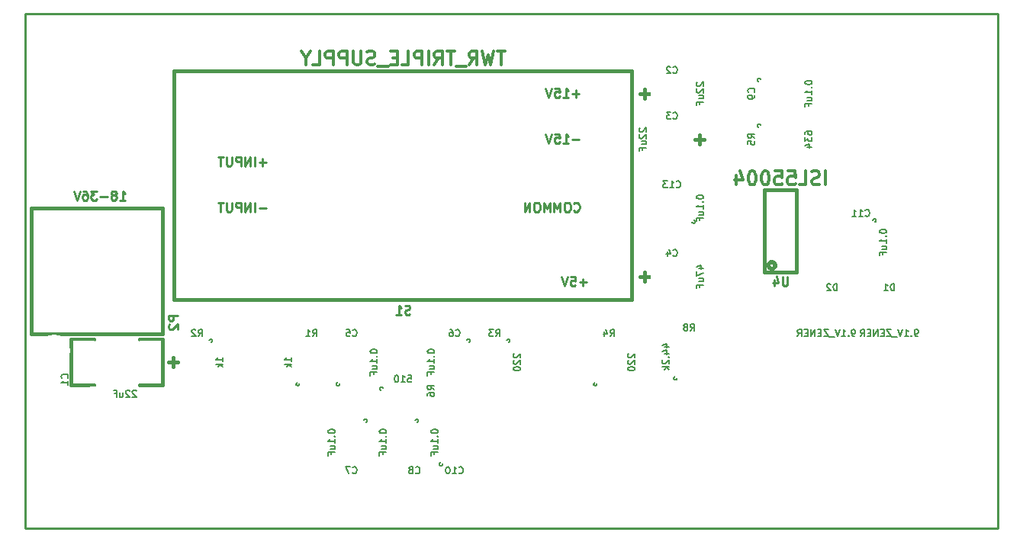
<source format=gbo>
G04 (created by PCBNEW-RS274X (2011-05-25)-stable) date Wed 30 Oct 2013 02:01:52 PM EDT*
G01*
G70*
G90*
%MOIN*%
G04 Gerber Fmt 3.4, Leading zero omitted, Abs format*
%FSLAX34Y34*%
G04 APERTURE LIST*
%ADD10C,0.006000*%
%ADD11C,0.009000*%
%ADD12C,0.005000*%
%ADD13C,0.015000*%
%ADD14C,0.010000*%
%ADD15C,0.012000*%
%ADD16C,0.127000*%
%ADD17C,0.076000*%
%ADD18R,0.076000X0.076000*%
%ADD19C,0.180000*%
%ADD20R,0.120000X0.070000*%
%ADD21C,0.080000*%
%ADD22R,0.070000X0.120000*%
%ADD23C,0.220000*%
%ADD24C,0.100000*%
%ADD25C,0.096000*%
%ADD26C,0.160000*%
%ADD27C,0.140000*%
%ADD28R,0.085000X0.085000*%
%ADD29C,0.085000*%
%ADD30R,0.095000X0.190000*%
%ADD31C,0.155000*%
%ADD32R,0.080000X0.045000*%
%ADD33C,0.093000*%
%ADD34R,0.093000X0.093000*%
%ADD35R,0.059000X0.048000*%
G04 APERTURE END LIST*
G54D10*
G54D11*
X29500Y-30500D02*
X29500Y-53000D01*
X72000Y-30500D02*
X29500Y-30500D01*
X72000Y-53000D02*
X72000Y-30500D01*
X29500Y-53000D02*
X72000Y-53000D01*
G54D12*
X48920Y-44800D02*
X48918Y-44813D01*
X48914Y-44826D01*
X48908Y-44838D01*
X48899Y-44849D01*
X48889Y-44858D01*
X48877Y-44864D01*
X48864Y-44868D01*
X48850Y-44869D01*
X48837Y-44868D01*
X48824Y-44864D01*
X48812Y-44858D01*
X48802Y-44850D01*
X48793Y-44839D01*
X48786Y-44827D01*
X48782Y-44814D01*
X48781Y-44800D01*
X48782Y-44788D01*
X48785Y-44775D01*
X48792Y-44763D01*
X48800Y-44752D01*
X48811Y-44743D01*
X48822Y-44736D01*
X48835Y-44732D01*
X48849Y-44731D01*
X48862Y-44732D01*
X48875Y-44735D01*
X48887Y-44741D01*
X48898Y-44750D01*
X48907Y-44760D01*
X48913Y-44772D01*
X48918Y-44785D01*
X48919Y-44799D01*
X48920Y-44800D01*
X47700Y-45450D02*
X47700Y-44850D01*
X47700Y-44850D02*
X48800Y-44850D01*
X48800Y-44850D02*
X48800Y-45450D01*
X48800Y-46050D02*
X48800Y-46650D01*
X48800Y-46650D02*
X47700Y-46650D01*
X47700Y-46650D02*
X47700Y-46050D01*
X43220Y-46700D02*
X43218Y-46713D01*
X43214Y-46726D01*
X43208Y-46738D01*
X43199Y-46749D01*
X43189Y-46758D01*
X43177Y-46764D01*
X43164Y-46768D01*
X43150Y-46769D01*
X43137Y-46768D01*
X43124Y-46764D01*
X43112Y-46758D01*
X43102Y-46750D01*
X43093Y-46739D01*
X43086Y-46727D01*
X43082Y-46714D01*
X43081Y-46700D01*
X43082Y-46688D01*
X43085Y-46675D01*
X43092Y-46663D01*
X43100Y-46652D01*
X43111Y-46643D01*
X43122Y-46636D01*
X43135Y-46632D01*
X43149Y-46631D01*
X43162Y-46632D01*
X43175Y-46635D01*
X43187Y-46641D01*
X43198Y-46650D01*
X43207Y-46660D01*
X43213Y-46672D01*
X43218Y-46685D01*
X43219Y-46699D01*
X43220Y-46700D01*
X44300Y-46050D02*
X44300Y-46650D01*
X44300Y-46650D02*
X43200Y-46650D01*
X43200Y-46650D02*
X43200Y-46050D01*
X43200Y-45450D02*
X43200Y-44850D01*
X43200Y-44850D02*
X44300Y-44850D01*
X44300Y-44850D02*
X44300Y-45450D01*
X41470Y-46700D02*
X41468Y-46713D01*
X41464Y-46726D01*
X41458Y-46738D01*
X41449Y-46749D01*
X41439Y-46758D01*
X41427Y-46764D01*
X41414Y-46768D01*
X41400Y-46769D01*
X41387Y-46768D01*
X41374Y-46764D01*
X41362Y-46758D01*
X41352Y-46750D01*
X41343Y-46739D01*
X41336Y-46727D01*
X41332Y-46714D01*
X41331Y-46700D01*
X41332Y-46688D01*
X41335Y-46675D01*
X41342Y-46663D01*
X41350Y-46652D01*
X41361Y-46643D01*
X41372Y-46636D01*
X41385Y-46632D01*
X41399Y-46631D01*
X41412Y-46632D01*
X41425Y-46635D01*
X41437Y-46641D01*
X41448Y-46650D01*
X41457Y-46660D01*
X41463Y-46672D01*
X41468Y-46685D01*
X41469Y-46699D01*
X41470Y-46700D01*
X42550Y-46050D02*
X42550Y-46650D01*
X42550Y-46650D02*
X41450Y-46650D01*
X41450Y-46650D02*
X41450Y-46050D01*
X41450Y-45450D02*
X41450Y-44850D01*
X41450Y-44850D02*
X42550Y-44850D01*
X42550Y-44850D02*
X42550Y-45450D01*
X44420Y-48300D02*
X44418Y-48313D01*
X44414Y-48326D01*
X44408Y-48338D01*
X44399Y-48349D01*
X44389Y-48358D01*
X44377Y-48364D01*
X44364Y-48368D01*
X44350Y-48369D01*
X44337Y-48368D01*
X44324Y-48364D01*
X44312Y-48358D01*
X44302Y-48350D01*
X44293Y-48339D01*
X44286Y-48327D01*
X44282Y-48314D01*
X44281Y-48300D01*
X44282Y-48288D01*
X44285Y-48275D01*
X44292Y-48263D01*
X44300Y-48252D01*
X44311Y-48243D01*
X44322Y-48236D01*
X44335Y-48232D01*
X44349Y-48231D01*
X44362Y-48232D01*
X44375Y-48235D01*
X44387Y-48241D01*
X44398Y-48250D01*
X44407Y-48260D01*
X44413Y-48272D01*
X44418Y-48285D01*
X44419Y-48299D01*
X44420Y-48300D01*
X43200Y-48950D02*
X43200Y-48350D01*
X43200Y-48350D02*
X44300Y-48350D01*
X44300Y-48350D02*
X44300Y-48950D01*
X44300Y-49550D02*
X44300Y-50150D01*
X44300Y-50150D02*
X43200Y-50150D01*
X43200Y-50150D02*
X43200Y-49550D01*
X61620Y-35400D02*
X61618Y-35413D01*
X61614Y-35426D01*
X61608Y-35438D01*
X61599Y-35449D01*
X61589Y-35458D01*
X61577Y-35464D01*
X61564Y-35468D01*
X61550Y-35469D01*
X61537Y-35468D01*
X61524Y-35464D01*
X61512Y-35458D01*
X61502Y-35450D01*
X61493Y-35439D01*
X61486Y-35427D01*
X61482Y-35414D01*
X61481Y-35400D01*
X61482Y-35388D01*
X61485Y-35375D01*
X61492Y-35363D01*
X61500Y-35352D01*
X61511Y-35343D01*
X61522Y-35336D01*
X61535Y-35332D01*
X61549Y-35331D01*
X61562Y-35332D01*
X61575Y-35335D01*
X61587Y-35341D01*
X61598Y-35350D01*
X61607Y-35360D01*
X61613Y-35372D01*
X61618Y-35385D01*
X61619Y-35399D01*
X61620Y-35400D01*
X62200Y-36550D02*
X61600Y-36550D01*
X61600Y-36550D02*
X61600Y-35450D01*
X61600Y-35450D02*
X62200Y-35450D01*
X62800Y-35450D02*
X63400Y-35450D01*
X63400Y-35450D02*
X63400Y-36550D01*
X63400Y-36550D02*
X62800Y-36550D01*
X57970Y-46450D02*
X57968Y-46463D01*
X57964Y-46476D01*
X57958Y-46488D01*
X57949Y-46499D01*
X57939Y-46508D01*
X57927Y-46514D01*
X57914Y-46518D01*
X57900Y-46519D01*
X57887Y-46518D01*
X57874Y-46514D01*
X57862Y-46508D01*
X57852Y-46500D01*
X57843Y-46489D01*
X57836Y-46477D01*
X57832Y-46464D01*
X57831Y-46450D01*
X57832Y-46438D01*
X57835Y-46425D01*
X57842Y-46413D01*
X57850Y-46402D01*
X57861Y-46393D01*
X57872Y-46386D01*
X57885Y-46382D01*
X57899Y-46381D01*
X57912Y-46382D01*
X57925Y-46385D01*
X57937Y-46391D01*
X57948Y-46400D01*
X57957Y-46410D01*
X57963Y-46422D01*
X57968Y-46435D01*
X57969Y-46449D01*
X57970Y-46450D01*
X59050Y-45800D02*
X59050Y-46400D01*
X59050Y-46400D02*
X57950Y-46400D01*
X57950Y-46400D02*
X57950Y-45800D01*
X57950Y-45200D02*
X57950Y-44600D01*
X57950Y-44600D02*
X59050Y-44600D01*
X59050Y-44600D02*
X59050Y-45200D01*
X45120Y-46900D02*
X45118Y-46913D01*
X45114Y-46926D01*
X45108Y-46938D01*
X45099Y-46949D01*
X45089Y-46958D01*
X45077Y-46964D01*
X45064Y-46968D01*
X45050Y-46969D01*
X45037Y-46968D01*
X45024Y-46964D01*
X45012Y-46958D01*
X45002Y-46950D01*
X44993Y-46939D01*
X44986Y-46927D01*
X44982Y-46914D01*
X44981Y-46900D01*
X44982Y-46888D01*
X44985Y-46875D01*
X44992Y-46863D01*
X45000Y-46852D01*
X45011Y-46843D01*
X45022Y-46836D01*
X45035Y-46832D01*
X45049Y-46831D01*
X45062Y-46832D01*
X45075Y-46835D01*
X45087Y-46841D01*
X45098Y-46850D01*
X45107Y-46860D01*
X45113Y-46872D01*
X45118Y-46885D01*
X45119Y-46899D01*
X45120Y-46900D01*
X45700Y-48050D02*
X45100Y-48050D01*
X45100Y-48050D02*
X45100Y-46950D01*
X45100Y-46950D02*
X45700Y-46950D01*
X46300Y-46950D02*
X46900Y-46950D01*
X46900Y-46950D02*
X46900Y-48050D01*
X46900Y-48050D02*
X46300Y-48050D01*
X46670Y-48300D02*
X46668Y-48313D01*
X46664Y-48326D01*
X46658Y-48338D01*
X46649Y-48349D01*
X46639Y-48358D01*
X46627Y-48364D01*
X46614Y-48368D01*
X46600Y-48369D01*
X46587Y-48368D01*
X46574Y-48364D01*
X46562Y-48358D01*
X46552Y-48350D01*
X46543Y-48339D01*
X46536Y-48327D01*
X46532Y-48314D01*
X46531Y-48300D01*
X46532Y-48288D01*
X46535Y-48275D01*
X46542Y-48263D01*
X46550Y-48252D01*
X46561Y-48243D01*
X46572Y-48236D01*
X46585Y-48232D01*
X46599Y-48231D01*
X46612Y-48232D01*
X46625Y-48235D01*
X46637Y-48241D01*
X46648Y-48250D01*
X46657Y-48260D01*
X46663Y-48272D01*
X46668Y-48285D01*
X46669Y-48299D01*
X46670Y-48300D01*
X45450Y-48950D02*
X45450Y-48350D01*
X45450Y-48350D02*
X46550Y-48350D01*
X46550Y-48350D02*
X46550Y-48950D01*
X46550Y-49550D02*
X46550Y-50150D01*
X46550Y-50150D02*
X45450Y-50150D01*
X45450Y-50150D02*
X45450Y-49550D01*
X54470Y-46700D02*
X54468Y-46713D01*
X54464Y-46726D01*
X54458Y-46738D01*
X54449Y-46749D01*
X54439Y-46758D01*
X54427Y-46764D01*
X54414Y-46768D01*
X54400Y-46769D01*
X54387Y-46768D01*
X54374Y-46764D01*
X54362Y-46758D01*
X54352Y-46750D01*
X54343Y-46739D01*
X54336Y-46727D01*
X54332Y-46714D01*
X54331Y-46700D01*
X54332Y-46688D01*
X54335Y-46675D01*
X54342Y-46663D01*
X54350Y-46652D01*
X54361Y-46643D01*
X54372Y-46636D01*
X54385Y-46632D01*
X54399Y-46631D01*
X54412Y-46632D01*
X54425Y-46635D01*
X54437Y-46641D01*
X54448Y-46650D01*
X54457Y-46660D01*
X54463Y-46672D01*
X54468Y-46685D01*
X54469Y-46699D01*
X54470Y-46700D01*
X55550Y-46050D02*
X55550Y-46650D01*
X55550Y-46650D02*
X54450Y-46650D01*
X54450Y-46650D02*
X54450Y-46050D01*
X54450Y-45450D02*
X54450Y-44850D01*
X54450Y-44850D02*
X55550Y-44850D01*
X55550Y-44850D02*
X55550Y-45450D01*
X50670Y-44800D02*
X50668Y-44813D01*
X50664Y-44826D01*
X50658Y-44838D01*
X50649Y-44849D01*
X50639Y-44858D01*
X50627Y-44864D01*
X50614Y-44868D01*
X50600Y-44869D01*
X50587Y-44868D01*
X50574Y-44864D01*
X50562Y-44858D01*
X50552Y-44850D01*
X50543Y-44839D01*
X50536Y-44827D01*
X50532Y-44814D01*
X50531Y-44800D01*
X50532Y-44788D01*
X50535Y-44775D01*
X50542Y-44763D01*
X50550Y-44752D01*
X50561Y-44743D01*
X50572Y-44736D01*
X50585Y-44732D01*
X50599Y-44731D01*
X50612Y-44732D01*
X50625Y-44735D01*
X50637Y-44741D01*
X50648Y-44750D01*
X50657Y-44760D01*
X50663Y-44772D01*
X50668Y-44785D01*
X50669Y-44799D01*
X50670Y-44800D01*
X49450Y-45450D02*
X49450Y-44850D01*
X49450Y-44850D02*
X50550Y-44850D01*
X50550Y-44850D02*
X50550Y-45450D01*
X50550Y-46050D02*
X50550Y-46650D01*
X50550Y-46650D02*
X49450Y-46650D01*
X49450Y-46650D02*
X49450Y-46050D01*
X37670Y-44800D02*
X37668Y-44813D01*
X37664Y-44826D01*
X37658Y-44838D01*
X37649Y-44849D01*
X37639Y-44858D01*
X37627Y-44864D01*
X37614Y-44868D01*
X37600Y-44869D01*
X37587Y-44868D01*
X37574Y-44864D01*
X37562Y-44858D01*
X37552Y-44850D01*
X37543Y-44839D01*
X37536Y-44827D01*
X37532Y-44814D01*
X37531Y-44800D01*
X37532Y-44788D01*
X37535Y-44775D01*
X37542Y-44763D01*
X37550Y-44752D01*
X37561Y-44743D01*
X37572Y-44736D01*
X37585Y-44732D01*
X37599Y-44731D01*
X37612Y-44732D01*
X37625Y-44735D01*
X37637Y-44741D01*
X37648Y-44750D01*
X37657Y-44760D01*
X37663Y-44772D01*
X37668Y-44785D01*
X37669Y-44799D01*
X37670Y-44800D01*
X36450Y-45450D02*
X36450Y-44850D01*
X36450Y-44850D02*
X37550Y-44850D01*
X37550Y-44850D02*
X37550Y-45450D01*
X37550Y-46050D02*
X37550Y-46650D01*
X37550Y-46650D02*
X36450Y-46650D01*
X36450Y-46650D02*
X36450Y-46050D01*
X58770Y-39600D02*
X58768Y-39613D01*
X58764Y-39626D01*
X58758Y-39638D01*
X58749Y-39649D01*
X58739Y-39658D01*
X58727Y-39664D01*
X58714Y-39668D01*
X58700Y-39669D01*
X58687Y-39668D01*
X58674Y-39664D01*
X58662Y-39658D01*
X58652Y-39650D01*
X58643Y-39639D01*
X58636Y-39627D01*
X58632Y-39614D01*
X58631Y-39600D01*
X58632Y-39588D01*
X58635Y-39575D01*
X58642Y-39563D01*
X58650Y-39552D01*
X58661Y-39543D01*
X58672Y-39536D01*
X58685Y-39532D01*
X58699Y-39531D01*
X58712Y-39532D01*
X58725Y-39535D01*
X58737Y-39541D01*
X58748Y-39550D01*
X58757Y-39560D01*
X58763Y-39572D01*
X58768Y-39585D01*
X58769Y-39599D01*
X58770Y-39600D01*
X58050Y-38450D02*
X58650Y-38450D01*
X58650Y-38450D02*
X58650Y-39550D01*
X58650Y-39550D02*
X58050Y-39550D01*
X57450Y-39550D02*
X56850Y-39550D01*
X56850Y-39550D02*
X56850Y-38450D01*
X56850Y-38450D02*
X57450Y-38450D01*
X66670Y-39550D02*
X66668Y-39563D01*
X66664Y-39576D01*
X66658Y-39588D01*
X66649Y-39599D01*
X66639Y-39608D01*
X66627Y-39614D01*
X66614Y-39618D01*
X66600Y-39619D01*
X66587Y-39618D01*
X66574Y-39614D01*
X66562Y-39608D01*
X66552Y-39600D01*
X66543Y-39589D01*
X66536Y-39577D01*
X66532Y-39564D01*
X66531Y-39550D01*
X66532Y-39538D01*
X66535Y-39525D01*
X66542Y-39513D01*
X66550Y-39502D01*
X66561Y-39493D01*
X66572Y-39486D01*
X66585Y-39482D01*
X66599Y-39481D01*
X66612Y-39482D01*
X66625Y-39485D01*
X66637Y-39491D01*
X66648Y-39500D01*
X66657Y-39510D01*
X66663Y-39522D01*
X66668Y-39535D01*
X66669Y-39549D01*
X66670Y-39550D01*
X65450Y-40200D02*
X65450Y-39600D01*
X65450Y-39600D02*
X66550Y-39600D01*
X66550Y-39600D02*
X66550Y-40200D01*
X66550Y-40800D02*
X66550Y-41400D01*
X66550Y-41400D02*
X65450Y-41400D01*
X65450Y-41400D02*
X65450Y-40800D01*
X47720Y-50200D02*
X47718Y-50213D01*
X47714Y-50226D01*
X47708Y-50238D01*
X47699Y-50249D01*
X47689Y-50258D01*
X47677Y-50264D01*
X47664Y-50268D01*
X47650Y-50269D01*
X47637Y-50268D01*
X47624Y-50264D01*
X47612Y-50258D01*
X47602Y-50250D01*
X47593Y-50239D01*
X47586Y-50227D01*
X47582Y-50214D01*
X47581Y-50200D01*
X47582Y-50188D01*
X47585Y-50175D01*
X47592Y-50163D01*
X47600Y-50152D01*
X47611Y-50143D01*
X47622Y-50136D01*
X47635Y-50132D01*
X47649Y-50131D01*
X47662Y-50132D01*
X47675Y-50135D01*
X47687Y-50141D01*
X47698Y-50150D01*
X47707Y-50160D01*
X47713Y-50172D01*
X47718Y-50185D01*
X47719Y-50199D01*
X47720Y-50200D01*
X48800Y-49550D02*
X48800Y-50150D01*
X48800Y-50150D02*
X47700Y-50150D01*
X47700Y-50150D02*
X47700Y-49550D01*
X47700Y-48950D02*
X47700Y-48350D01*
X47700Y-48350D02*
X48800Y-48350D01*
X48800Y-48350D02*
X48800Y-48950D01*
X61620Y-33400D02*
X61618Y-33413D01*
X61614Y-33426D01*
X61608Y-33438D01*
X61599Y-33449D01*
X61589Y-33458D01*
X61577Y-33464D01*
X61564Y-33468D01*
X61550Y-33469D01*
X61537Y-33468D01*
X61524Y-33464D01*
X61512Y-33458D01*
X61502Y-33450D01*
X61493Y-33439D01*
X61486Y-33427D01*
X61482Y-33414D01*
X61481Y-33400D01*
X61482Y-33388D01*
X61485Y-33375D01*
X61492Y-33363D01*
X61500Y-33352D01*
X61511Y-33343D01*
X61522Y-33336D01*
X61535Y-33332D01*
X61549Y-33331D01*
X61562Y-33332D01*
X61575Y-33335D01*
X61587Y-33341D01*
X61598Y-33350D01*
X61607Y-33360D01*
X61613Y-33372D01*
X61618Y-33385D01*
X61619Y-33399D01*
X61620Y-33400D01*
X62200Y-34550D02*
X61600Y-34550D01*
X61600Y-34550D02*
X61600Y-33450D01*
X61600Y-33450D02*
X62200Y-33450D01*
X62800Y-33450D02*
X63400Y-33450D01*
X63400Y-33450D02*
X63400Y-34550D01*
X63400Y-34550D02*
X62800Y-34550D01*
G54D13*
X56550Y-33800D02*
X56550Y-34200D01*
X56750Y-34000D02*
X56350Y-34000D01*
G54D12*
X57450Y-34550D02*
X56850Y-34550D01*
X56850Y-34550D02*
X56850Y-33450D01*
X56850Y-33450D02*
X57450Y-33450D01*
X58050Y-33450D02*
X58650Y-33450D01*
X58650Y-33450D02*
X58650Y-34550D01*
X58650Y-34550D02*
X58050Y-34550D01*
G54D13*
X58950Y-36200D02*
X58950Y-35800D01*
X58750Y-36000D02*
X59150Y-36000D01*
G54D12*
X58050Y-35450D02*
X58650Y-35450D01*
X58650Y-35450D02*
X58650Y-36550D01*
X58650Y-36550D02*
X58050Y-36550D01*
X57450Y-36550D02*
X56850Y-36550D01*
X56850Y-36550D02*
X56850Y-35450D01*
X56850Y-35450D02*
X57450Y-35450D01*
G54D13*
X56550Y-41800D02*
X56550Y-42200D01*
X56750Y-42000D02*
X56350Y-42000D01*
G54D12*
X57450Y-42550D02*
X56850Y-42550D01*
X56850Y-42550D02*
X56850Y-41450D01*
X56850Y-41450D02*
X57450Y-41450D01*
X58050Y-41450D02*
X58650Y-41450D01*
X58650Y-41450D02*
X58650Y-42550D01*
X58650Y-42550D02*
X58050Y-42550D01*
G54D13*
X29750Y-39000D02*
X29750Y-44500D01*
X29750Y-44500D02*
X35500Y-44500D01*
X35500Y-44500D02*
X35500Y-39000D01*
X35500Y-39000D02*
X29750Y-39000D01*
X32500Y-46750D02*
X31500Y-46750D01*
X31500Y-46750D02*
X31500Y-44750D01*
X31500Y-44750D02*
X32500Y-44750D01*
X34500Y-44750D02*
X35500Y-44750D01*
X35500Y-44750D02*
X35500Y-46750D01*
X35500Y-46750D02*
X34500Y-46750D01*
X35950Y-45950D02*
X35950Y-45550D01*
X35750Y-45750D02*
X36150Y-45750D01*
X36000Y-43000D02*
X36000Y-33000D01*
X36000Y-33000D02*
X56000Y-33000D01*
X56000Y-33000D02*
X56000Y-43000D01*
X56000Y-43000D02*
X36000Y-43000D01*
X62250Y-41500D02*
X62247Y-41529D01*
X62238Y-41557D01*
X62224Y-41583D01*
X62206Y-41605D01*
X62183Y-41624D01*
X62158Y-41638D01*
X62130Y-41646D01*
X62101Y-41649D01*
X62072Y-41647D01*
X62044Y-41639D01*
X62018Y-41625D01*
X61996Y-41607D01*
X61977Y-41584D01*
X61963Y-41559D01*
X61954Y-41531D01*
X61951Y-41502D01*
X61953Y-41473D01*
X61961Y-41445D01*
X61974Y-41419D01*
X61993Y-41396D01*
X62015Y-41377D01*
X62040Y-41363D01*
X62068Y-41354D01*
X62097Y-41351D01*
X62126Y-41353D01*
X62154Y-41361D01*
X62180Y-41374D01*
X62203Y-41392D01*
X62222Y-41414D01*
X62237Y-41439D01*
X62246Y-41467D01*
X62249Y-41496D01*
X62250Y-41500D01*
X61800Y-41800D02*
X61800Y-38200D01*
X61800Y-38200D02*
X63200Y-38200D01*
X63200Y-38200D02*
X63200Y-41800D01*
X63200Y-41800D02*
X61800Y-41800D01*
G54D12*
X48300Y-44593D02*
X48314Y-44607D01*
X48357Y-44621D01*
X48386Y-44621D01*
X48429Y-44607D01*
X48457Y-44579D01*
X48472Y-44550D01*
X48486Y-44493D01*
X48486Y-44450D01*
X48472Y-44393D01*
X48457Y-44364D01*
X48429Y-44336D01*
X48386Y-44321D01*
X48357Y-44321D01*
X48314Y-44336D01*
X48300Y-44350D01*
X48043Y-44321D02*
X48100Y-44321D01*
X48129Y-44336D01*
X48143Y-44350D01*
X48172Y-44393D01*
X48186Y-44450D01*
X48186Y-44564D01*
X48172Y-44593D01*
X48157Y-44607D01*
X48129Y-44621D01*
X48072Y-44621D01*
X48043Y-44607D01*
X48029Y-44593D01*
X48014Y-44564D01*
X48014Y-44493D01*
X48029Y-44464D01*
X48043Y-44450D01*
X48072Y-44436D01*
X48129Y-44436D01*
X48157Y-44450D01*
X48172Y-44464D01*
X48186Y-44493D01*
X47071Y-45258D02*
X47071Y-45286D01*
X47086Y-45315D01*
X47100Y-45329D01*
X47129Y-45343D01*
X47186Y-45358D01*
X47257Y-45358D01*
X47314Y-45343D01*
X47343Y-45329D01*
X47357Y-45315D01*
X47371Y-45286D01*
X47371Y-45258D01*
X47357Y-45229D01*
X47343Y-45215D01*
X47314Y-45200D01*
X47257Y-45186D01*
X47186Y-45186D01*
X47129Y-45200D01*
X47100Y-45215D01*
X47086Y-45229D01*
X47071Y-45258D01*
X47343Y-45486D02*
X47357Y-45501D01*
X47371Y-45486D01*
X47357Y-45472D01*
X47343Y-45486D01*
X47371Y-45486D01*
X47371Y-45787D02*
X47371Y-45615D01*
X47371Y-45701D02*
X47071Y-45701D01*
X47114Y-45672D01*
X47143Y-45644D01*
X47157Y-45615D01*
X47171Y-46044D02*
X47371Y-46044D01*
X47171Y-45915D02*
X47329Y-45915D01*
X47357Y-45930D01*
X47371Y-45958D01*
X47371Y-46001D01*
X47357Y-46030D01*
X47343Y-46044D01*
X47214Y-46286D02*
X47214Y-46186D01*
X47371Y-46186D02*
X47071Y-46186D01*
X47071Y-46329D01*
X43800Y-44593D02*
X43814Y-44607D01*
X43857Y-44621D01*
X43886Y-44621D01*
X43929Y-44607D01*
X43957Y-44579D01*
X43972Y-44550D01*
X43986Y-44493D01*
X43986Y-44450D01*
X43972Y-44393D01*
X43957Y-44364D01*
X43929Y-44336D01*
X43886Y-44321D01*
X43857Y-44321D01*
X43814Y-44336D01*
X43800Y-44350D01*
X43529Y-44321D02*
X43672Y-44321D01*
X43686Y-44464D01*
X43672Y-44450D01*
X43643Y-44436D01*
X43572Y-44436D01*
X43543Y-44450D01*
X43529Y-44464D01*
X43514Y-44493D01*
X43514Y-44564D01*
X43529Y-44593D01*
X43543Y-44607D01*
X43572Y-44621D01*
X43643Y-44621D01*
X43672Y-44607D01*
X43686Y-44593D01*
X44571Y-45258D02*
X44571Y-45286D01*
X44586Y-45315D01*
X44600Y-45329D01*
X44629Y-45343D01*
X44686Y-45358D01*
X44757Y-45358D01*
X44814Y-45343D01*
X44843Y-45329D01*
X44857Y-45315D01*
X44871Y-45286D01*
X44871Y-45258D01*
X44857Y-45229D01*
X44843Y-45215D01*
X44814Y-45200D01*
X44757Y-45186D01*
X44686Y-45186D01*
X44629Y-45200D01*
X44600Y-45215D01*
X44586Y-45229D01*
X44571Y-45258D01*
X44843Y-45486D02*
X44857Y-45501D01*
X44871Y-45486D01*
X44857Y-45472D01*
X44843Y-45486D01*
X44871Y-45486D01*
X44871Y-45787D02*
X44871Y-45615D01*
X44871Y-45701D02*
X44571Y-45701D01*
X44614Y-45672D01*
X44643Y-45644D01*
X44657Y-45615D01*
X44671Y-46044D02*
X44871Y-46044D01*
X44671Y-45915D02*
X44829Y-45915D01*
X44857Y-45930D01*
X44871Y-45958D01*
X44871Y-46001D01*
X44857Y-46030D01*
X44843Y-46044D01*
X44714Y-46286D02*
X44714Y-46186D01*
X44871Y-46186D02*
X44571Y-46186D01*
X44571Y-46329D01*
X42050Y-44621D02*
X42150Y-44479D01*
X42222Y-44621D02*
X42222Y-44321D01*
X42107Y-44321D01*
X42079Y-44336D01*
X42064Y-44350D01*
X42050Y-44379D01*
X42050Y-44421D01*
X42064Y-44450D01*
X42079Y-44464D01*
X42107Y-44479D01*
X42222Y-44479D01*
X41764Y-44621D02*
X41936Y-44621D01*
X41850Y-44621D02*
X41850Y-44321D01*
X41879Y-44364D01*
X41907Y-44393D01*
X41936Y-44407D01*
X41121Y-45715D02*
X41121Y-45543D01*
X41121Y-45629D02*
X40821Y-45629D01*
X40864Y-45600D01*
X40893Y-45572D01*
X40907Y-45543D01*
X41121Y-45843D02*
X40821Y-45843D01*
X41007Y-45872D02*
X41121Y-45958D01*
X40921Y-45958D02*
X41036Y-45843D01*
X43800Y-50593D02*
X43814Y-50607D01*
X43857Y-50621D01*
X43886Y-50621D01*
X43929Y-50607D01*
X43957Y-50579D01*
X43972Y-50550D01*
X43986Y-50493D01*
X43986Y-50450D01*
X43972Y-50393D01*
X43957Y-50364D01*
X43929Y-50336D01*
X43886Y-50321D01*
X43857Y-50321D01*
X43814Y-50336D01*
X43800Y-50350D01*
X43700Y-50321D02*
X43500Y-50321D01*
X43629Y-50621D01*
X42721Y-48758D02*
X42721Y-48786D01*
X42736Y-48815D01*
X42750Y-48829D01*
X42779Y-48843D01*
X42836Y-48858D01*
X42907Y-48858D01*
X42964Y-48843D01*
X42993Y-48829D01*
X43007Y-48815D01*
X43021Y-48786D01*
X43021Y-48758D01*
X43007Y-48729D01*
X42993Y-48715D01*
X42964Y-48700D01*
X42907Y-48686D01*
X42836Y-48686D01*
X42779Y-48700D01*
X42750Y-48715D01*
X42736Y-48729D01*
X42721Y-48758D01*
X42993Y-48986D02*
X43007Y-49001D01*
X43021Y-48986D01*
X43007Y-48972D01*
X42993Y-48986D01*
X43021Y-48986D01*
X43021Y-49287D02*
X43021Y-49115D01*
X43021Y-49201D02*
X42721Y-49201D01*
X42764Y-49172D01*
X42793Y-49144D01*
X42807Y-49115D01*
X42821Y-49544D02*
X43021Y-49544D01*
X42821Y-49415D02*
X42979Y-49415D01*
X43007Y-49430D01*
X43021Y-49458D01*
X43021Y-49501D01*
X43007Y-49530D01*
X42993Y-49544D01*
X42864Y-49786D02*
X42864Y-49686D01*
X43021Y-49686D02*
X42721Y-49686D01*
X42721Y-49829D01*
X61371Y-35950D02*
X61229Y-35850D01*
X61371Y-35778D02*
X61071Y-35778D01*
X61071Y-35893D01*
X61086Y-35921D01*
X61100Y-35936D01*
X61129Y-35950D01*
X61171Y-35950D01*
X61200Y-35936D01*
X61214Y-35921D01*
X61229Y-35893D01*
X61229Y-35778D01*
X61071Y-36221D02*
X61071Y-36078D01*
X61214Y-36064D01*
X61200Y-36078D01*
X61186Y-36107D01*
X61186Y-36178D01*
X61200Y-36207D01*
X61214Y-36221D01*
X61243Y-36236D01*
X61314Y-36236D01*
X61343Y-36221D01*
X61357Y-36207D01*
X61371Y-36178D01*
X61371Y-36107D01*
X61357Y-36078D01*
X61343Y-36064D01*
X63571Y-35771D02*
X63571Y-35714D01*
X63586Y-35685D01*
X63600Y-35671D01*
X63643Y-35642D01*
X63700Y-35628D01*
X63814Y-35628D01*
X63843Y-35642D01*
X63857Y-35657D01*
X63871Y-35685D01*
X63871Y-35742D01*
X63857Y-35771D01*
X63843Y-35785D01*
X63814Y-35800D01*
X63743Y-35800D01*
X63714Y-35785D01*
X63700Y-35771D01*
X63686Y-35742D01*
X63686Y-35685D01*
X63700Y-35657D01*
X63714Y-35642D01*
X63743Y-35628D01*
X63571Y-35900D02*
X63571Y-36086D01*
X63686Y-35986D01*
X63686Y-36028D01*
X63700Y-36057D01*
X63714Y-36071D01*
X63743Y-36086D01*
X63814Y-36086D01*
X63843Y-36071D01*
X63857Y-36057D01*
X63871Y-36028D01*
X63871Y-35943D01*
X63857Y-35914D01*
X63843Y-35900D01*
X63671Y-36343D02*
X63871Y-36343D01*
X63557Y-36272D02*
X63771Y-36200D01*
X63771Y-36386D01*
X58550Y-44371D02*
X58650Y-44229D01*
X58722Y-44371D02*
X58722Y-44071D01*
X58607Y-44071D01*
X58579Y-44086D01*
X58564Y-44100D01*
X58550Y-44129D01*
X58550Y-44171D01*
X58564Y-44200D01*
X58579Y-44214D01*
X58607Y-44229D01*
X58722Y-44229D01*
X58379Y-44200D02*
X58407Y-44186D01*
X58422Y-44171D01*
X58436Y-44143D01*
X58436Y-44129D01*
X58422Y-44100D01*
X58407Y-44086D01*
X58379Y-44071D01*
X58322Y-44071D01*
X58293Y-44086D01*
X58279Y-44100D01*
X58264Y-44129D01*
X58264Y-44143D01*
X58279Y-44171D01*
X58293Y-44186D01*
X58322Y-44200D01*
X58379Y-44200D01*
X58407Y-44214D01*
X58422Y-44229D01*
X58436Y-44257D01*
X58436Y-44314D01*
X58422Y-44343D01*
X58407Y-44357D01*
X58379Y-44371D01*
X58322Y-44371D01*
X58293Y-44357D01*
X58279Y-44343D01*
X58264Y-44314D01*
X58264Y-44257D01*
X58279Y-44229D01*
X58293Y-44214D01*
X58322Y-44200D01*
X57421Y-45078D02*
X57621Y-45078D01*
X57307Y-45007D02*
X57521Y-44935D01*
X57521Y-45121D01*
X57421Y-45364D02*
X57621Y-45364D01*
X57307Y-45293D02*
X57521Y-45221D01*
X57521Y-45407D01*
X57593Y-45521D02*
X57607Y-45536D01*
X57621Y-45521D01*
X57607Y-45507D01*
X57593Y-45521D01*
X57621Y-45521D01*
X57350Y-45650D02*
X57336Y-45664D01*
X57321Y-45693D01*
X57321Y-45764D01*
X57336Y-45793D01*
X57350Y-45807D01*
X57379Y-45822D01*
X57407Y-45822D01*
X57450Y-45807D01*
X57621Y-45636D01*
X57621Y-45822D01*
X57621Y-45950D02*
X57321Y-45950D01*
X57507Y-45979D02*
X57621Y-46065D01*
X57421Y-46065D02*
X57536Y-45950D01*
X47371Y-46950D02*
X47229Y-46850D01*
X47371Y-46778D02*
X47071Y-46778D01*
X47071Y-46893D01*
X47086Y-46921D01*
X47100Y-46936D01*
X47129Y-46950D01*
X47171Y-46950D01*
X47200Y-46936D01*
X47214Y-46921D01*
X47229Y-46893D01*
X47229Y-46778D01*
X47071Y-47207D02*
X47071Y-47150D01*
X47086Y-47121D01*
X47100Y-47107D01*
X47143Y-47078D01*
X47200Y-47064D01*
X47314Y-47064D01*
X47343Y-47078D01*
X47357Y-47093D01*
X47371Y-47121D01*
X47371Y-47178D01*
X47357Y-47207D01*
X47343Y-47221D01*
X47314Y-47236D01*
X47243Y-47236D01*
X47214Y-47221D01*
X47200Y-47207D01*
X47186Y-47178D01*
X47186Y-47121D01*
X47200Y-47093D01*
X47214Y-47078D01*
X47243Y-47064D01*
X46215Y-46321D02*
X46358Y-46321D01*
X46372Y-46464D01*
X46358Y-46450D01*
X46329Y-46436D01*
X46258Y-46436D01*
X46229Y-46450D01*
X46215Y-46464D01*
X46200Y-46493D01*
X46200Y-46564D01*
X46215Y-46593D01*
X46229Y-46607D01*
X46258Y-46621D01*
X46329Y-46621D01*
X46358Y-46607D01*
X46372Y-46593D01*
X45914Y-46621D02*
X46086Y-46621D01*
X46000Y-46621D02*
X46000Y-46321D01*
X46029Y-46364D01*
X46057Y-46393D01*
X46086Y-46407D01*
X45728Y-46321D02*
X45700Y-46321D01*
X45671Y-46336D01*
X45657Y-46350D01*
X45643Y-46379D01*
X45628Y-46436D01*
X45628Y-46507D01*
X45643Y-46564D01*
X45657Y-46593D01*
X45671Y-46607D01*
X45700Y-46621D01*
X45728Y-46621D01*
X45757Y-46607D01*
X45771Y-46593D01*
X45786Y-46564D01*
X45800Y-46507D01*
X45800Y-46436D01*
X45786Y-46379D01*
X45771Y-46350D01*
X45757Y-46336D01*
X45728Y-46321D01*
X46550Y-50593D02*
X46564Y-50607D01*
X46607Y-50621D01*
X46636Y-50621D01*
X46679Y-50607D01*
X46707Y-50579D01*
X46722Y-50550D01*
X46736Y-50493D01*
X46736Y-50450D01*
X46722Y-50393D01*
X46707Y-50364D01*
X46679Y-50336D01*
X46636Y-50321D01*
X46607Y-50321D01*
X46564Y-50336D01*
X46550Y-50350D01*
X46379Y-50450D02*
X46407Y-50436D01*
X46422Y-50421D01*
X46436Y-50393D01*
X46436Y-50379D01*
X46422Y-50350D01*
X46407Y-50336D01*
X46379Y-50321D01*
X46322Y-50321D01*
X46293Y-50336D01*
X46279Y-50350D01*
X46264Y-50379D01*
X46264Y-50393D01*
X46279Y-50421D01*
X46293Y-50436D01*
X46322Y-50450D01*
X46379Y-50450D01*
X46407Y-50464D01*
X46422Y-50479D01*
X46436Y-50507D01*
X46436Y-50564D01*
X46422Y-50593D01*
X46407Y-50607D01*
X46379Y-50621D01*
X46322Y-50621D01*
X46293Y-50607D01*
X46279Y-50593D01*
X46264Y-50564D01*
X46264Y-50507D01*
X46279Y-50479D01*
X46293Y-50464D01*
X46322Y-50450D01*
X44971Y-48758D02*
X44971Y-48786D01*
X44986Y-48815D01*
X45000Y-48829D01*
X45029Y-48843D01*
X45086Y-48858D01*
X45157Y-48858D01*
X45214Y-48843D01*
X45243Y-48829D01*
X45257Y-48815D01*
X45271Y-48786D01*
X45271Y-48758D01*
X45257Y-48729D01*
X45243Y-48715D01*
X45214Y-48700D01*
X45157Y-48686D01*
X45086Y-48686D01*
X45029Y-48700D01*
X45000Y-48715D01*
X44986Y-48729D01*
X44971Y-48758D01*
X45243Y-48986D02*
X45257Y-49001D01*
X45271Y-48986D01*
X45257Y-48972D01*
X45243Y-48986D01*
X45271Y-48986D01*
X45271Y-49287D02*
X45271Y-49115D01*
X45271Y-49201D02*
X44971Y-49201D01*
X45014Y-49172D01*
X45043Y-49144D01*
X45057Y-49115D01*
X45071Y-49544D02*
X45271Y-49544D01*
X45071Y-49415D02*
X45229Y-49415D01*
X45257Y-49430D01*
X45271Y-49458D01*
X45271Y-49501D01*
X45257Y-49530D01*
X45243Y-49544D01*
X45114Y-49786D02*
X45114Y-49686D01*
X45271Y-49686D02*
X44971Y-49686D01*
X44971Y-49829D01*
X55050Y-44621D02*
X55150Y-44479D01*
X55222Y-44621D02*
X55222Y-44321D01*
X55107Y-44321D01*
X55079Y-44336D01*
X55064Y-44350D01*
X55050Y-44379D01*
X55050Y-44421D01*
X55064Y-44450D01*
X55079Y-44464D01*
X55107Y-44479D01*
X55222Y-44479D01*
X54793Y-44421D02*
X54793Y-44621D01*
X54864Y-44307D02*
X54936Y-44521D01*
X54750Y-44521D01*
X55850Y-45378D02*
X55836Y-45392D01*
X55821Y-45421D01*
X55821Y-45492D01*
X55836Y-45521D01*
X55850Y-45535D01*
X55879Y-45550D01*
X55907Y-45550D01*
X55950Y-45535D01*
X56121Y-45364D01*
X56121Y-45550D01*
X55850Y-45664D02*
X55836Y-45678D01*
X55821Y-45707D01*
X55821Y-45778D01*
X55836Y-45807D01*
X55850Y-45821D01*
X55879Y-45836D01*
X55907Y-45836D01*
X55950Y-45821D01*
X56121Y-45650D01*
X56121Y-45836D01*
X55821Y-46022D02*
X55821Y-46050D01*
X55836Y-46079D01*
X55850Y-46093D01*
X55879Y-46107D01*
X55936Y-46122D01*
X56007Y-46122D01*
X56064Y-46107D01*
X56093Y-46093D01*
X56107Y-46079D01*
X56121Y-46050D01*
X56121Y-46022D01*
X56107Y-45993D01*
X56093Y-45979D01*
X56064Y-45964D01*
X56007Y-45950D01*
X55936Y-45950D01*
X55879Y-45964D01*
X55850Y-45979D01*
X55836Y-45993D01*
X55821Y-46022D01*
X50050Y-44621D02*
X50150Y-44479D01*
X50222Y-44621D02*
X50222Y-44321D01*
X50107Y-44321D01*
X50079Y-44336D01*
X50064Y-44350D01*
X50050Y-44379D01*
X50050Y-44421D01*
X50064Y-44450D01*
X50079Y-44464D01*
X50107Y-44479D01*
X50222Y-44479D01*
X49950Y-44321D02*
X49764Y-44321D01*
X49864Y-44436D01*
X49822Y-44436D01*
X49793Y-44450D01*
X49779Y-44464D01*
X49764Y-44493D01*
X49764Y-44564D01*
X49779Y-44593D01*
X49793Y-44607D01*
X49822Y-44621D01*
X49907Y-44621D01*
X49936Y-44607D01*
X49950Y-44593D01*
X50850Y-45378D02*
X50836Y-45392D01*
X50821Y-45421D01*
X50821Y-45492D01*
X50836Y-45521D01*
X50850Y-45535D01*
X50879Y-45550D01*
X50907Y-45550D01*
X50950Y-45535D01*
X51121Y-45364D01*
X51121Y-45550D01*
X50850Y-45664D02*
X50836Y-45678D01*
X50821Y-45707D01*
X50821Y-45778D01*
X50836Y-45807D01*
X50850Y-45821D01*
X50879Y-45836D01*
X50907Y-45836D01*
X50950Y-45821D01*
X51121Y-45650D01*
X51121Y-45836D01*
X50821Y-46022D02*
X50821Y-46050D01*
X50836Y-46079D01*
X50850Y-46093D01*
X50879Y-46107D01*
X50936Y-46122D01*
X51007Y-46122D01*
X51064Y-46107D01*
X51093Y-46093D01*
X51107Y-46079D01*
X51121Y-46050D01*
X51121Y-46022D01*
X51107Y-45993D01*
X51093Y-45979D01*
X51064Y-45964D01*
X51007Y-45950D01*
X50936Y-45950D01*
X50879Y-45964D01*
X50850Y-45979D01*
X50836Y-45993D01*
X50821Y-46022D01*
X37050Y-44621D02*
X37150Y-44479D01*
X37222Y-44621D02*
X37222Y-44321D01*
X37107Y-44321D01*
X37079Y-44336D01*
X37064Y-44350D01*
X37050Y-44379D01*
X37050Y-44421D01*
X37064Y-44450D01*
X37079Y-44464D01*
X37107Y-44479D01*
X37222Y-44479D01*
X36936Y-44350D02*
X36922Y-44336D01*
X36893Y-44321D01*
X36822Y-44321D01*
X36793Y-44336D01*
X36779Y-44350D01*
X36764Y-44379D01*
X36764Y-44407D01*
X36779Y-44450D01*
X36950Y-44621D01*
X36764Y-44621D01*
X38121Y-45715D02*
X38121Y-45543D01*
X38121Y-45629D02*
X37821Y-45629D01*
X37864Y-45600D01*
X37893Y-45572D01*
X37907Y-45543D01*
X38121Y-45843D02*
X37821Y-45843D01*
X38007Y-45872D02*
X38121Y-45958D01*
X37921Y-45958D02*
X38036Y-45843D01*
X57943Y-38093D02*
X57957Y-38107D01*
X58000Y-38121D01*
X58029Y-38121D01*
X58072Y-38107D01*
X58100Y-38079D01*
X58115Y-38050D01*
X58129Y-37993D01*
X58129Y-37950D01*
X58115Y-37893D01*
X58100Y-37864D01*
X58072Y-37836D01*
X58029Y-37821D01*
X58000Y-37821D01*
X57957Y-37836D01*
X57943Y-37850D01*
X57657Y-38121D02*
X57829Y-38121D01*
X57743Y-38121D02*
X57743Y-37821D01*
X57772Y-37864D01*
X57800Y-37893D01*
X57829Y-37907D01*
X57557Y-37821D02*
X57371Y-37821D01*
X57471Y-37936D01*
X57429Y-37936D01*
X57400Y-37950D01*
X57386Y-37964D01*
X57371Y-37993D01*
X57371Y-38064D01*
X57386Y-38093D01*
X57400Y-38107D01*
X57429Y-38121D01*
X57514Y-38121D01*
X57543Y-38107D01*
X57557Y-38093D01*
X58821Y-38508D02*
X58821Y-38536D01*
X58836Y-38565D01*
X58850Y-38579D01*
X58879Y-38593D01*
X58936Y-38608D01*
X59007Y-38608D01*
X59064Y-38593D01*
X59093Y-38579D01*
X59107Y-38565D01*
X59121Y-38536D01*
X59121Y-38508D01*
X59107Y-38479D01*
X59093Y-38465D01*
X59064Y-38450D01*
X59007Y-38436D01*
X58936Y-38436D01*
X58879Y-38450D01*
X58850Y-38465D01*
X58836Y-38479D01*
X58821Y-38508D01*
X59093Y-38736D02*
X59107Y-38751D01*
X59121Y-38736D01*
X59107Y-38722D01*
X59093Y-38736D01*
X59121Y-38736D01*
X59121Y-39037D02*
X59121Y-38865D01*
X59121Y-38951D02*
X58821Y-38951D01*
X58864Y-38922D01*
X58893Y-38894D01*
X58907Y-38865D01*
X58921Y-39294D02*
X59121Y-39294D01*
X58921Y-39165D02*
X59079Y-39165D01*
X59107Y-39180D01*
X59121Y-39208D01*
X59121Y-39251D01*
X59107Y-39280D01*
X59093Y-39294D01*
X58964Y-39536D02*
X58964Y-39436D01*
X59121Y-39436D02*
X58821Y-39436D01*
X58821Y-39579D01*
X66193Y-39343D02*
X66207Y-39357D01*
X66250Y-39371D01*
X66279Y-39371D01*
X66322Y-39357D01*
X66350Y-39329D01*
X66365Y-39300D01*
X66379Y-39243D01*
X66379Y-39200D01*
X66365Y-39143D01*
X66350Y-39114D01*
X66322Y-39086D01*
X66279Y-39071D01*
X66250Y-39071D01*
X66207Y-39086D01*
X66193Y-39100D01*
X65907Y-39371D02*
X66079Y-39371D01*
X65993Y-39371D02*
X65993Y-39071D01*
X66022Y-39114D01*
X66050Y-39143D01*
X66079Y-39157D01*
X65621Y-39371D02*
X65793Y-39371D01*
X65707Y-39371D02*
X65707Y-39071D01*
X65736Y-39114D01*
X65764Y-39143D01*
X65793Y-39157D01*
X66821Y-40008D02*
X66821Y-40036D01*
X66836Y-40065D01*
X66850Y-40079D01*
X66879Y-40093D01*
X66936Y-40108D01*
X67007Y-40108D01*
X67064Y-40093D01*
X67093Y-40079D01*
X67107Y-40065D01*
X67121Y-40036D01*
X67121Y-40008D01*
X67107Y-39979D01*
X67093Y-39965D01*
X67064Y-39950D01*
X67007Y-39936D01*
X66936Y-39936D01*
X66879Y-39950D01*
X66850Y-39965D01*
X66836Y-39979D01*
X66821Y-40008D01*
X67093Y-40236D02*
X67107Y-40251D01*
X67121Y-40236D01*
X67107Y-40222D01*
X67093Y-40236D01*
X67121Y-40236D01*
X67121Y-40537D02*
X67121Y-40365D01*
X67121Y-40451D02*
X66821Y-40451D01*
X66864Y-40422D01*
X66893Y-40394D01*
X66907Y-40365D01*
X66921Y-40794D02*
X67121Y-40794D01*
X66921Y-40665D02*
X67079Y-40665D01*
X67107Y-40680D01*
X67121Y-40708D01*
X67121Y-40751D01*
X67107Y-40780D01*
X67093Y-40794D01*
X66964Y-41036D02*
X66964Y-40936D01*
X67121Y-40936D02*
X66821Y-40936D01*
X66821Y-41079D01*
X48443Y-50593D02*
X48457Y-50607D01*
X48500Y-50621D01*
X48529Y-50621D01*
X48572Y-50607D01*
X48600Y-50579D01*
X48615Y-50550D01*
X48629Y-50493D01*
X48629Y-50450D01*
X48615Y-50393D01*
X48600Y-50364D01*
X48572Y-50336D01*
X48529Y-50321D01*
X48500Y-50321D01*
X48457Y-50336D01*
X48443Y-50350D01*
X48157Y-50621D02*
X48329Y-50621D01*
X48243Y-50621D02*
X48243Y-50321D01*
X48272Y-50364D01*
X48300Y-50393D01*
X48329Y-50407D01*
X47971Y-50321D02*
X47943Y-50321D01*
X47914Y-50336D01*
X47900Y-50350D01*
X47886Y-50379D01*
X47871Y-50436D01*
X47871Y-50507D01*
X47886Y-50564D01*
X47900Y-50593D01*
X47914Y-50607D01*
X47943Y-50621D01*
X47971Y-50621D01*
X48000Y-50607D01*
X48014Y-50593D01*
X48029Y-50564D01*
X48043Y-50507D01*
X48043Y-50436D01*
X48029Y-50379D01*
X48014Y-50350D01*
X48000Y-50336D01*
X47971Y-50321D01*
X47221Y-48758D02*
X47221Y-48786D01*
X47236Y-48815D01*
X47250Y-48829D01*
X47279Y-48843D01*
X47336Y-48858D01*
X47407Y-48858D01*
X47464Y-48843D01*
X47493Y-48829D01*
X47507Y-48815D01*
X47521Y-48786D01*
X47521Y-48758D01*
X47507Y-48729D01*
X47493Y-48715D01*
X47464Y-48700D01*
X47407Y-48686D01*
X47336Y-48686D01*
X47279Y-48700D01*
X47250Y-48715D01*
X47236Y-48729D01*
X47221Y-48758D01*
X47493Y-48986D02*
X47507Y-49001D01*
X47521Y-48986D01*
X47507Y-48972D01*
X47493Y-48986D01*
X47521Y-48986D01*
X47521Y-49287D02*
X47521Y-49115D01*
X47521Y-49201D02*
X47221Y-49201D01*
X47264Y-49172D01*
X47293Y-49144D01*
X47307Y-49115D01*
X47321Y-49544D02*
X47521Y-49544D01*
X47321Y-49415D02*
X47479Y-49415D01*
X47507Y-49430D01*
X47521Y-49458D01*
X47521Y-49501D01*
X47507Y-49530D01*
X47493Y-49544D01*
X47364Y-49786D02*
X47364Y-49686D01*
X47521Y-49686D02*
X47221Y-49686D01*
X47221Y-49829D01*
X61343Y-33950D02*
X61357Y-33936D01*
X61371Y-33893D01*
X61371Y-33864D01*
X61357Y-33821D01*
X61329Y-33793D01*
X61300Y-33778D01*
X61243Y-33764D01*
X61200Y-33764D01*
X61143Y-33778D01*
X61114Y-33793D01*
X61086Y-33821D01*
X61071Y-33864D01*
X61071Y-33893D01*
X61086Y-33936D01*
X61100Y-33950D01*
X61371Y-34093D02*
X61371Y-34150D01*
X61357Y-34178D01*
X61343Y-34193D01*
X61300Y-34221D01*
X61243Y-34236D01*
X61129Y-34236D01*
X61100Y-34221D01*
X61086Y-34207D01*
X61071Y-34178D01*
X61071Y-34121D01*
X61086Y-34093D01*
X61100Y-34078D01*
X61129Y-34064D01*
X61200Y-34064D01*
X61229Y-34078D01*
X61243Y-34093D01*
X61257Y-34121D01*
X61257Y-34178D01*
X61243Y-34207D01*
X61229Y-34221D01*
X61200Y-34236D01*
X63571Y-33508D02*
X63571Y-33536D01*
X63586Y-33565D01*
X63600Y-33579D01*
X63629Y-33593D01*
X63686Y-33608D01*
X63757Y-33608D01*
X63814Y-33593D01*
X63843Y-33579D01*
X63857Y-33565D01*
X63871Y-33536D01*
X63871Y-33508D01*
X63857Y-33479D01*
X63843Y-33465D01*
X63814Y-33450D01*
X63757Y-33436D01*
X63686Y-33436D01*
X63629Y-33450D01*
X63600Y-33465D01*
X63586Y-33479D01*
X63571Y-33508D01*
X63843Y-33736D02*
X63857Y-33751D01*
X63871Y-33736D01*
X63857Y-33722D01*
X63843Y-33736D01*
X63871Y-33736D01*
X63871Y-34037D02*
X63871Y-33865D01*
X63871Y-33951D02*
X63571Y-33951D01*
X63614Y-33922D01*
X63643Y-33894D01*
X63657Y-33865D01*
X63671Y-34294D02*
X63871Y-34294D01*
X63671Y-34165D02*
X63829Y-34165D01*
X63857Y-34180D01*
X63871Y-34208D01*
X63871Y-34251D01*
X63857Y-34280D01*
X63843Y-34294D01*
X63714Y-34536D02*
X63714Y-34436D01*
X63871Y-34436D02*
X63571Y-34436D01*
X63571Y-34579D01*
X57800Y-33093D02*
X57814Y-33107D01*
X57857Y-33121D01*
X57886Y-33121D01*
X57929Y-33107D01*
X57957Y-33079D01*
X57972Y-33050D01*
X57986Y-32993D01*
X57986Y-32950D01*
X57972Y-32893D01*
X57957Y-32864D01*
X57929Y-32836D01*
X57886Y-32821D01*
X57857Y-32821D01*
X57814Y-32836D01*
X57800Y-32850D01*
X57686Y-32850D02*
X57672Y-32836D01*
X57643Y-32821D01*
X57572Y-32821D01*
X57543Y-32836D01*
X57529Y-32850D01*
X57514Y-32879D01*
X57514Y-32907D01*
X57529Y-32950D01*
X57700Y-33121D01*
X57514Y-33121D01*
X58850Y-33507D02*
X58836Y-33521D01*
X58821Y-33550D01*
X58821Y-33621D01*
X58836Y-33650D01*
X58850Y-33664D01*
X58879Y-33679D01*
X58907Y-33679D01*
X58950Y-33664D01*
X59121Y-33493D01*
X59121Y-33679D01*
X58850Y-33793D02*
X58836Y-33807D01*
X58821Y-33836D01*
X58821Y-33907D01*
X58836Y-33936D01*
X58850Y-33950D01*
X58879Y-33965D01*
X58907Y-33965D01*
X58950Y-33950D01*
X59121Y-33779D01*
X59121Y-33965D01*
X58921Y-34222D02*
X59121Y-34222D01*
X58921Y-34093D02*
X59079Y-34093D01*
X59107Y-34108D01*
X59121Y-34136D01*
X59121Y-34179D01*
X59107Y-34208D01*
X59093Y-34222D01*
X58964Y-34464D02*
X58964Y-34364D01*
X59121Y-34364D02*
X58821Y-34364D01*
X58821Y-34507D01*
X57800Y-35093D02*
X57814Y-35107D01*
X57857Y-35121D01*
X57886Y-35121D01*
X57929Y-35107D01*
X57957Y-35079D01*
X57972Y-35050D01*
X57986Y-34993D01*
X57986Y-34950D01*
X57972Y-34893D01*
X57957Y-34864D01*
X57929Y-34836D01*
X57886Y-34821D01*
X57857Y-34821D01*
X57814Y-34836D01*
X57800Y-34850D01*
X57700Y-34821D02*
X57514Y-34821D01*
X57614Y-34936D01*
X57572Y-34936D01*
X57543Y-34950D01*
X57529Y-34964D01*
X57514Y-34993D01*
X57514Y-35064D01*
X57529Y-35093D01*
X57543Y-35107D01*
X57572Y-35121D01*
X57657Y-35121D01*
X57686Y-35107D01*
X57700Y-35093D01*
X56350Y-35507D02*
X56336Y-35521D01*
X56321Y-35550D01*
X56321Y-35621D01*
X56336Y-35650D01*
X56350Y-35664D01*
X56379Y-35679D01*
X56407Y-35679D01*
X56450Y-35664D01*
X56621Y-35493D01*
X56621Y-35679D01*
X56350Y-35793D02*
X56336Y-35807D01*
X56321Y-35836D01*
X56321Y-35907D01*
X56336Y-35936D01*
X56350Y-35950D01*
X56379Y-35965D01*
X56407Y-35965D01*
X56450Y-35950D01*
X56621Y-35779D01*
X56621Y-35965D01*
X56421Y-36222D02*
X56621Y-36222D01*
X56421Y-36093D02*
X56579Y-36093D01*
X56607Y-36108D01*
X56621Y-36136D01*
X56621Y-36179D01*
X56607Y-36208D01*
X56593Y-36222D01*
X56464Y-36464D02*
X56464Y-36364D01*
X56621Y-36364D02*
X56321Y-36364D01*
X56321Y-36507D01*
X57800Y-41093D02*
X57814Y-41107D01*
X57857Y-41121D01*
X57886Y-41121D01*
X57929Y-41107D01*
X57957Y-41079D01*
X57972Y-41050D01*
X57986Y-40993D01*
X57986Y-40950D01*
X57972Y-40893D01*
X57957Y-40864D01*
X57929Y-40836D01*
X57886Y-40821D01*
X57857Y-40821D01*
X57814Y-40836D01*
X57800Y-40850D01*
X57543Y-40921D02*
X57543Y-41121D01*
X57614Y-40807D02*
X57686Y-41021D01*
X57500Y-41021D01*
X58921Y-41650D02*
X59121Y-41650D01*
X58807Y-41579D02*
X59021Y-41507D01*
X59021Y-41693D01*
X58821Y-41779D02*
X58821Y-41979D01*
X59121Y-41850D01*
X58921Y-42222D02*
X59121Y-42222D01*
X58921Y-42093D02*
X59079Y-42093D01*
X59107Y-42108D01*
X59121Y-42136D01*
X59121Y-42179D01*
X59107Y-42208D01*
X59093Y-42222D01*
X58964Y-42464D02*
X58964Y-42364D01*
X59121Y-42364D02*
X58821Y-42364D01*
X58821Y-42507D01*
G54D14*
X36162Y-43705D02*
X35762Y-43705D01*
X35762Y-43858D01*
X35781Y-43896D01*
X35800Y-43915D01*
X35838Y-43934D01*
X35895Y-43934D01*
X35933Y-43915D01*
X35952Y-43896D01*
X35971Y-43858D01*
X35971Y-43705D01*
X35800Y-44086D02*
X35781Y-44105D01*
X35762Y-44143D01*
X35762Y-44239D01*
X35781Y-44277D01*
X35800Y-44296D01*
X35838Y-44315D01*
X35876Y-44315D01*
X35933Y-44296D01*
X36162Y-44067D01*
X36162Y-44315D01*
X33626Y-38662D02*
X33855Y-38662D01*
X33741Y-38662D02*
X33741Y-38262D01*
X33779Y-38319D01*
X33817Y-38357D01*
X33855Y-38376D01*
X33398Y-38433D02*
X33436Y-38414D01*
X33455Y-38395D01*
X33474Y-38357D01*
X33474Y-38338D01*
X33455Y-38300D01*
X33436Y-38281D01*
X33398Y-38262D01*
X33321Y-38262D01*
X33283Y-38281D01*
X33264Y-38300D01*
X33245Y-38338D01*
X33245Y-38357D01*
X33264Y-38395D01*
X33283Y-38414D01*
X33321Y-38433D01*
X33398Y-38433D01*
X33436Y-38452D01*
X33455Y-38471D01*
X33474Y-38510D01*
X33474Y-38586D01*
X33455Y-38624D01*
X33436Y-38643D01*
X33398Y-38662D01*
X33321Y-38662D01*
X33283Y-38643D01*
X33264Y-38624D01*
X33245Y-38586D01*
X33245Y-38510D01*
X33264Y-38471D01*
X33283Y-38452D01*
X33321Y-38433D01*
X33074Y-38510D02*
X32769Y-38510D01*
X32617Y-38262D02*
X32369Y-38262D01*
X32503Y-38414D01*
X32445Y-38414D01*
X32407Y-38433D01*
X32388Y-38452D01*
X32369Y-38490D01*
X32369Y-38586D01*
X32388Y-38624D01*
X32407Y-38643D01*
X32445Y-38662D01*
X32560Y-38662D01*
X32598Y-38643D01*
X32617Y-38624D01*
X32026Y-38262D02*
X32103Y-38262D01*
X32141Y-38281D01*
X32160Y-38300D01*
X32198Y-38357D01*
X32217Y-38433D01*
X32217Y-38586D01*
X32198Y-38624D01*
X32179Y-38643D01*
X32141Y-38662D01*
X32064Y-38662D01*
X32026Y-38643D01*
X32007Y-38624D01*
X31988Y-38586D01*
X31988Y-38490D01*
X32007Y-38452D01*
X32026Y-38433D01*
X32064Y-38414D01*
X32141Y-38414D01*
X32179Y-38433D01*
X32198Y-38452D01*
X32217Y-38490D01*
X31874Y-38262D02*
X31741Y-38662D01*
X31607Y-38262D01*
G54D12*
X31343Y-46450D02*
X31357Y-46436D01*
X31371Y-46393D01*
X31371Y-46364D01*
X31357Y-46321D01*
X31329Y-46293D01*
X31300Y-46278D01*
X31243Y-46264D01*
X31200Y-46264D01*
X31143Y-46278D01*
X31114Y-46293D01*
X31086Y-46321D01*
X31071Y-46364D01*
X31071Y-46393D01*
X31086Y-46436D01*
X31100Y-46450D01*
X31371Y-46736D02*
X31371Y-46564D01*
X31371Y-46650D02*
X31071Y-46650D01*
X31114Y-46621D01*
X31143Y-46593D01*
X31157Y-46564D01*
X34343Y-47000D02*
X34329Y-46986D01*
X34300Y-46971D01*
X34229Y-46971D01*
X34200Y-46986D01*
X34186Y-47000D01*
X34171Y-47029D01*
X34171Y-47057D01*
X34186Y-47100D01*
X34357Y-47271D01*
X34171Y-47271D01*
X34057Y-47000D02*
X34043Y-46986D01*
X34014Y-46971D01*
X33943Y-46971D01*
X33914Y-46986D01*
X33900Y-47000D01*
X33885Y-47029D01*
X33885Y-47057D01*
X33900Y-47100D01*
X34071Y-47271D01*
X33885Y-47271D01*
X33628Y-47071D02*
X33628Y-47271D01*
X33757Y-47071D02*
X33757Y-47229D01*
X33742Y-47257D01*
X33714Y-47271D01*
X33671Y-47271D01*
X33642Y-47257D01*
X33628Y-47243D01*
X33386Y-47114D02*
X33486Y-47114D01*
X33486Y-47271D02*
X33486Y-46971D01*
X33343Y-46971D01*
G54D14*
X46305Y-43643D02*
X46248Y-43662D01*
X46152Y-43662D01*
X46114Y-43643D01*
X46095Y-43624D01*
X46076Y-43586D01*
X46076Y-43548D01*
X46095Y-43510D01*
X46114Y-43490D01*
X46152Y-43471D01*
X46229Y-43452D01*
X46267Y-43433D01*
X46286Y-43414D01*
X46305Y-43376D01*
X46305Y-43338D01*
X46286Y-43300D01*
X46267Y-43281D01*
X46229Y-43262D01*
X46133Y-43262D01*
X46076Y-43281D01*
X45695Y-43662D02*
X45924Y-43662D01*
X45810Y-43662D02*
X45810Y-43262D01*
X45848Y-43319D01*
X45886Y-43357D01*
X45924Y-43376D01*
G54D15*
X50457Y-32143D02*
X50114Y-32143D01*
X50285Y-32743D02*
X50285Y-32143D01*
X49971Y-32143D02*
X49828Y-32743D01*
X49714Y-32314D01*
X49600Y-32743D01*
X49457Y-32143D01*
X48885Y-32743D02*
X49085Y-32457D01*
X49228Y-32743D02*
X49228Y-32143D01*
X49000Y-32143D01*
X48942Y-32171D01*
X48914Y-32200D01*
X48885Y-32257D01*
X48885Y-32343D01*
X48914Y-32400D01*
X48942Y-32429D01*
X49000Y-32457D01*
X49228Y-32457D01*
X48771Y-32800D02*
X48314Y-32800D01*
X48257Y-32143D02*
X47914Y-32143D01*
X48085Y-32743D02*
X48085Y-32143D01*
X47371Y-32743D02*
X47571Y-32457D01*
X47714Y-32743D02*
X47714Y-32143D01*
X47486Y-32143D01*
X47428Y-32171D01*
X47400Y-32200D01*
X47371Y-32257D01*
X47371Y-32343D01*
X47400Y-32400D01*
X47428Y-32429D01*
X47486Y-32457D01*
X47714Y-32457D01*
X47114Y-32743D02*
X47114Y-32143D01*
X46828Y-32743D02*
X46828Y-32143D01*
X46600Y-32143D01*
X46542Y-32171D01*
X46514Y-32200D01*
X46485Y-32257D01*
X46485Y-32343D01*
X46514Y-32400D01*
X46542Y-32429D01*
X46600Y-32457D01*
X46828Y-32457D01*
X45942Y-32743D02*
X46228Y-32743D01*
X46228Y-32143D01*
X45742Y-32429D02*
X45542Y-32429D01*
X45456Y-32743D02*
X45742Y-32743D01*
X45742Y-32143D01*
X45456Y-32143D01*
X45342Y-32800D02*
X44885Y-32800D01*
X44771Y-32714D02*
X44685Y-32743D01*
X44542Y-32743D01*
X44485Y-32714D01*
X44456Y-32686D01*
X44428Y-32629D01*
X44428Y-32571D01*
X44456Y-32514D01*
X44485Y-32486D01*
X44542Y-32457D01*
X44656Y-32429D01*
X44714Y-32400D01*
X44742Y-32371D01*
X44771Y-32314D01*
X44771Y-32257D01*
X44742Y-32200D01*
X44714Y-32171D01*
X44656Y-32143D01*
X44514Y-32143D01*
X44428Y-32171D01*
X44171Y-32143D02*
X44171Y-32629D01*
X44143Y-32686D01*
X44114Y-32714D01*
X44057Y-32743D01*
X43943Y-32743D01*
X43885Y-32714D01*
X43857Y-32686D01*
X43828Y-32629D01*
X43828Y-32143D01*
X43542Y-32743D02*
X43542Y-32143D01*
X43314Y-32143D01*
X43256Y-32171D01*
X43228Y-32200D01*
X43199Y-32257D01*
X43199Y-32343D01*
X43228Y-32400D01*
X43256Y-32429D01*
X43314Y-32457D01*
X43542Y-32457D01*
X42942Y-32743D02*
X42942Y-32143D01*
X42714Y-32143D01*
X42656Y-32171D01*
X42628Y-32200D01*
X42599Y-32257D01*
X42599Y-32343D01*
X42628Y-32400D01*
X42656Y-32429D01*
X42714Y-32457D01*
X42942Y-32457D01*
X42056Y-32743D02*
X42342Y-32743D01*
X42342Y-32143D01*
X41742Y-32457D02*
X41742Y-32743D01*
X41942Y-32143D02*
X41742Y-32457D01*
X41542Y-32143D01*
G54D14*
X54014Y-42260D02*
X53709Y-42260D01*
X53861Y-42412D02*
X53861Y-42107D01*
X53328Y-42012D02*
X53519Y-42012D01*
X53538Y-42202D01*
X53519Y-42183D01*
X53481Y-42164D01*
X53385Y-42164D01*
X53347Y-42183D01*
X53328Y-42202D01*
X53309Y-42240D01*
X53309Y-42336D01*
X53328Y-42374D01*
X53347Y-42393D01*
X53385Y-42412D01*
X53481Y-42412D01*
X53519Y-42393D01*
X53538Y-42374D01*
X53195Y-42012D02*
X53062Y-42412D01*
X52928Y-42012D01*
X53461Y-39124D02*
X53480Y-39143D01*
X53537Y-39162D01*
X53575Y-39162D01*
X53633Y-39143D01*
X53671Y-39105D01*
X53690Y-39067D01*
X53709Y-38990D01*
X53709Y-38933D01*
X53690Y-38857D01*
X53671Y-38819D01*
X53633Y-38781D01*
X53575Y-38762D01*
X53537Y-38762D01*
X53480Y-38781D01*
X53461Y-38800D01*
X53214Y-38762D02*
X53137Y-38762D01*
X53099Y-38781D01*
X53061Y-38819D01*
X53042Y-38895D01*
X53042Y-39029D01*
X53061Y-39105D01*
X53099Y-39143D01*
X53137Y-39162D01*
X53214Y-39162D01*
X53252Y-39143D01*
X53290Y-39105D01*
X53309Y-39029D01*
X53309Y-38895D01*
X53290Y-38819D01*
X53252Y-38781D01*
X53214Y-38762D01*
X52871Y-39162D02*
X52871Y-38762D01*
X52737Y-39048D01*
X52604Y-38762D01*
X52604Y-39162D01*
X52414Y-39162D02*
X52414Y-38762D01*
X52280Y-39048D01*
X52147Y-38762D01*
X52147Y-39162D01*
X51881Y-38762D02*
X51804Y-38762D01*
X51766Y-38781D01*
X51728Y-38819D01*
X51709Y-38895D01*
X51709Y-39029D01*
X51728Y-39105D01*
X51766Y-39143D01*
X51804Y-39162D01*
X51881Y-39162D01*
X51919Y-39143D01*
X51957Y-39105D01*
X51976Y-39029D01*
X51976Y-38895D01*
X51957Y-38819D01*
X51919Y-38781D01*
X51881Y-38762D01*
X51538Y-39162D02*
X51538Y-38762D01*
X51309Y-39162D01*
X51309Y-38762D01*
X53705Y-36010D02*
X53400Y-36010D01*
X53000Y-36162D02*
X53229Y-36162D01*
X53115Y-36162D02*
X53115Y-35762D01*
X53153Y-35819D01*
X53191Y-35857D01*
X53229Y-35876D01*
X52638Y-35762D02*
X52829Y-35762D01*
X52848Y-35952D01*
X52829Y-35933D01*
X52791Y-35914D01*
X52695Y-35914D01*
X52657Y-35933D01*
X52638Y-35952D01*
X52619Y-35990D01*
X52619Y-36086D01*
X52638Y-36124D01*
X52657Y-36143D01*
X52695Y-36162D01*
X52791Y-36162D01*
X52829Y-36143D01*
X52848Y-36124D01*
X52505Y-35762D02*
X52372Y-36162D01*
X52238Y-35762D01*
X53705Y-34010D02*
X53400Y-34010D01*
X53552Y-34162D02*
X53552Y-33857D01*
X53000Y-34162D02*
X53229Y-34162D01*
X53115Y-34162D02*
X53115Y-33762D01*
X53153Y-33819D01*
X53191Y-33857D01*
X53229Y-33876D01*
X52638Y-33762D02*
X52829Y-33762D01*
X52848Y-33952D01*
X52829Y-33933D01*
X52791Y-33914D01*
X52695Y-33914D01*
X52657Y-33933D01*
X52638Y-33952D01*
X52619Y-33990D01*
X52619Y-34086D01*
X52638Y-34124D01*
X52657Y-34143D01*
X52695Y-34162D01*
X52791Y-34162D01*
X52829Y-34143D01*
X52848Y-34124D01*
X52505Y-33762D02*
X52372Y-34162D01*
X52238Y-33762D01*
X40019Y-39010D02*
X39714Y-39010D01*
X39524Y-39162D02*
X39524Y-38762D01*
X39334Y-39162D02*
X39334Y-38762D01*
X39105Y-39162D01*
X39105Y-38762D01*
X38915Y-39162D02*
X38915Y-38762D01*
X38762Y-38762D01*
X38724Y-38781D01*
X38705Y-38800D01*
X38686Y-38838D01*
X38686Y-38895D01*
X38705Y-38933D01*
X38724Y-38952D01*
X38762Y-38971D01*
X38915Y-38971D01*
X38515Y-38762D02*
X38515Y-39086D01*
X38496Y-39124D01*
X38477Y-39143D01*
X38439Y-39162D01*
X38362Y-39162D01*
X38324Y-39143D01*
X38305Y-39124D01*
X38286Y-39086D01*
X38286Y-38762D01*
X38153Y-38762D02*
X37924Y-38762D01*
X38039Y-39162D02*
X38039Y-38762D01*
X40019Y-37010D02*
X39714Y-37010D01*
X39866Y-37162D02*
X39866Y-36857D01*
X39524Y-37162D02*
X39524Y-36762D01*
X39334Y-37162D02*
X39334Y-36762D01*
X39105Y-37162D01*
X39105Y-36762D01*
X38915Y-37162D02*
X38915Y-36762D01*
X38762Y-36762D01*
X38724Y-36781D01*
X38705Y-36800D01*
X38686Y-36838D01*
X38686Y-36895D01*
X38705Y-36933D01*
X38724Y-36952D01*
X38762Y-36971D01*
X38915Y-36971D01*
X38515Y-36762D02*
X38515Y-37086D01*
X38496Y-37124D01*
X38477Y-37143D01*
X38439Y-37162D01*
X38362Y-37162D01*
X38324Y-37143D01*
X38305Y-37124D01*
X38286Y-37086D01*
X38286Y-36762D01*
X38153Y-36762D02*
X37924Y-36762D01*
X38039Y-37162D02*
X38039Y-36762D01*
X62805Y-42012D02*
X62805Y-42336D01*
X62786Y-42374D01*
X62767Y-42393D01*
X62729Y-42412D01*
X62652Y-42412D01*
X62614Y-42393D01*
X62595Y-42374D01*
X62576Y-42336D01*
X62576Y-42012D01*
X62214Y-42145D02*
X62214Y-42412D01*
X62310Y-41993D02*
X62405Y-42279D01*
X62157Y-42279D01*
G54D15*
X64456Y-37993D02*
X64456Y-37393D01*
X64199Y-37964D02*
X64113Y-37993D01*
X63970Y-37993D01*
X63913Y-37964D01*
X63884Y-37936D01*
X63856Y-37879D01*
X63856Y-37821D01*
X63884Y-37764D01*
X63913Y-37736D01*
X63970Y-37707D01*
X64084Y-37679D01*
X64142Y-37650D01*
X64170Y-37621D01*
X64199Y-37564D01*
X64199Y-37507D01*
X64170Y-37450D01*
X64142Y-37421D01*
X64084Y-37393D01*
X63942Y-37393D01*
X63856Y-37421D01*
X63313Y-37993D02*
X63599Y-37993D01*
X63599Y-37393D01*
X62827Y-37393D02*
X63113Y-37393D01*
X63142Y-37679D01*
X63113Y-37650D01*
X63056Y-37621D01*
X62913Y-37621D01*
X62856Y-37650D01*
X62827Y-37679D01*
X62799Y-37736D01*
X62799Y-37879D01*
X62827Y-37936D01*
X62856Y-37964D01*
X62913Y-37993D01*
X63056Y-37993D01*
X63113Y-37964D01*
X63142Y-37936D01*
X62256Y-37393D02*
X62542Y-37393D01*
X62571Y-37679D01*
X62542Y-37650D01*
X62485Y-37621D01*
X62342Y-37621D01*
X62285Y-37650D01*
X62256Y-37679D01*
X62228Y-37736D01*
X62228Y-37879D01*
X62256Y-37936D01*
X62285Y-37964D01*
X62342Y-37993D01*
X62485Y-37993D01*
X62542Y-37964D01*
X62571Y-37936D01*
X61857Y-37393D02*
X61800Y-37393D01*
X61743Y-37421D01*
X61714Y-37450D01*
X61685Y-37507D01*
X61657Y-37621D01*
X61657Y-37764D01*
X61685Y-37879D01*
X61714Y-37936D01*
X61743Y-37964D01*
X61800Y-37993D01*
X61857Y-37993D01*
X61914Y-37964D01*
X61943Y-37936D01*
X61971Y-37879D01*
X62000Y-37764D01*
X62000Y-37621D01*
X61971Y-37507D01*
X61943Y-37450D01*
X61914Y-37421D01*
X61857Y-37393D01*
X61286Y-37393D02*
X61229Y-37393D01*
X61172Y-37421D01*
X61143Y-37450D01*
X61114Y-37507D01*
X61086Y-37621D01*
X61086Y-37764D01*
X61114Y-37879D01*
X61143Y-37936D01*
X61172Y-37964D01*
X61229Y-37993D01*
X61286Y-37993D01*
X61343Y-37964D01*
X61372Y-37936D01*
X61400Y-37879D01*
X61429Y-37764D01*
X61429Y-37621D01*
X61400Y-37507D01*
X61372Y-37450D01*
X61343Y-37421D01*
X61286Y-37393D01*
X60572Y-37593D02*
X60572Y-37993D01*
X60715Y-37364D02*
X60858Y-37793D01*
X60486Y-37793D01*
G54D12*
X64972Y-42621D02*
X64972Y-42321D01*
X64900Y-42321D01*
X64857Y-42336D01*
X64829Y-42364D01*
X64814Y-42393D01*
X64800Y-42450D01*
X64800Y-42493D01*
X64814Y-42550D01*
X64829Y-42579D01*
X64857Y-42607D01*
X64900Y-42621D01*
X64972Y-42621D01*
X64686Y-42350D02*
X64672Y-42336D01*
X64643Y-42321D01*
X64572Y-42321D01*
X64543Y-42336D01*
X64529Y-42350D01*
X64514Y-42379D01*
X64514Y-42407D01*
X64529Y-42450D01*
X64700Y-42621D01*
X64514Y-42621D01*
X65735Y-44621D02*
X65678Y-44621D01*
X65650Y-44607D01*
X65635Y-44593D01*
X65607Y-44550D01*
X65592Y-44493D01*
X65592Y-44379D01*
X65607Y-44350D01*
X65621Y-44336D01*
X65650Y-44321D01*
X65707Y-44321D01*
X65735Y-44336D01*
X65750Y-44350D01*
X65764Y-44379D01*
X65764Y-44450D01*
X65750Y-44479D01*
X65735Y-44493D01*
X65707Y-44507D01*
X65650Y-44507D01*
X65621Y-44493D01*
X65607Y-44479D01*
X65592Y-44450D01*
X65464Y-44593D02*
X65449Y-44607D01*
X65464Y-44621D01*
X65478Y-44607D01*
X65464Y-44593D01*
X65464Y-44621D01*
X65163Y-44621D02*
X65335Y-44621D01*
X65249Y-44621D02*
X65249Y-44321D01*
X65278Y-44364D01*
X65306Y-44393D01*
X65335Y-44407D01*
X65077Y-44321D02*
X64977Y-44621D01*
X64877Y-44321D01*
X64849Y-44650D02*
X64620Y-44650D01*
X64577Y-44321D02*
X64377Y-44321D01*
X64577Y-44621D01*
X64377Y-44621D01*
X64263Y-44464D02*
X64163Y-44464D01*
X64120Y-44621D02*
X64263Y-44621D01*
X64263Y-44321D01*
X64120Y-44321D01*
X63992Y-44621D02*
X63992Y-44321D01*
X63820Y-44621D01*
X63820Y-44321D01*
X63678Y-44464D02*
X63578Y-44464D01*
X63535Y-44621D02*
X63678Y-44621D01*
X63678Y-44321D01*
X63535Y-44321D01*
X63235Y-44621D02*
X63335Y-44479D01*
X63407Y-44621D02*
X63407Y-44321D01*
X63292Y-44321D01*
X63264Y-44336D01*
X63249Y-44350D01*
X63235Y-44379D01*
X63235Y-44421D01*
X63249Y-44450D01*
X63264Y-44464D01*
X63292Y-44479D01*
X63407Y-44479D01*
X67472Y-42621D02*
X67472Y-42321D01*
X67400Y-42321D01*
X67357Y-42336D01*
X67329Y-42364D01*
X67314Y-42393D01*
X67300Y-42450D01*
X67300Y-42493D01*
X67314Y-42550D01*
X67329Y-42579D01*
X67357Y-42607D01*
X67400Y-42621D01*
X67472Y-42621D01*
X67014Y-42621D02*
X67186Y-42621D01*
X67100Y-42621D02*
X67100Y-42321D01*
X67129Y-42364D01*
X67157Y-42393D01*
X67186Y-42407D01*
X68485Y-44621D02*
X68428Y-44621D01*
X68400Y-44607D01*
X68385Y-44593D01*
X68357Y-44550D01*
X68342Y-44493D01*
X68342Y-44379D01*
X68357Y-44350D01*
X68371Y-44336D01*
X68400Y-44321D01*
X68457Y-44321D01*
X68485Y-44336D01*
X68500Y-44350D01*
X68514Y-44379D01*
X68514Y-44450D01*
X68500Y-44479D01*
X68485Y-44493D01*
X68457Y-44507D01*
X68400Y-44507D01*
X68371Y-44493D01*
X68357Y-44479D01*
X68342Y-44450D01*
X68214Y-44593D02*
X68199Y-44607D01*
X68214Y-44621D01*
X68228Y-44607D01*
X68214Y-44593D01*
X68214Y-44621D01*
X67913Y-44621D02*
X68085Y-44621D01*
X67999Y-44621D02*
X67999Y-44321D01*
X68028Y-44364D01*
X68056Y-44393D01*
X68085Y-44407D01*
X67827Y-44321D02*
X67727Y-44621D01*
X67627Y-44321D01*
X67599Y-44650D02*
X67370Y-44650D01*
X67327Y-44321D02*
X67127Y-44321D01*
X67327Y-44621D01*
X67127Y-44621D01*
X67013Y-44464D02*
X66913Y-44464D01*
X66870Y-44621D02*
X67013Y-44621D01*
X67013Y-44321D01*
X66870Y-44321D01*
X66742Y-44621D02*
X66742Y-44321D01*
X66570Y-44621D01*
X66570Y-44321D01*
X66428Y-44464D02*
X66328Y-44464D01*
X66285Y-44621D02*
X66428Y-44621D01*
X66428Y-44321D01*
X66285Y-44321D01*
X65985Y-44621D02*
X66085Y-44479D01*
X66157Y-44621D02*
X66157Y-44321D01*
X66042Y-44321D01*
X66014Y-44336D01*
X65999Y-44350D01*
X65985Y-44379D01*
X65985Y-44421D01*
X65999Y-44450D01*
X66014Y-44464D01*
X66042Y-44479D01*
X66157Y-44479D01*
%LPC*%
G54D16*
X71090Y-44270D03*
X71090Y-39230D03*
G54D17*
X69170Y-43520D03*
X69170Y-39980D03*
X69170Y-42815D03*
G54D18*
X69170Y-40685D03*
G54D16*
X70820Y-41750D03*
G54D19*
X30750Y-51750D03*
X70750Y-31750D03*
X30750Y-31750D03*
G54D20*
X48250Y-45150D03*
X48250Y-46350D03*
X43750Y-46350D03*
X43750Y-45150D03*
G54D19*
X70750Y-51750D03*
G54D20*
X42000Y-46350D03*
X42000Y-45150D03*
X43750Y-48650D03*
X43750Y-49850D03*
G54D21*
X44500Y-42500D03*
X43500Y-42500D03*
X40500Y-42500D03*
X39500Y-42500D03*
X47500Y-42500D03*
X48500Y-42500D03*
X51500Y-42500D03*
X52500Y-42500D03*
X38500Y-33500D03*
X39500Y-33500D03*
X40500Y-33500D03*
X41500Y-33500D03*
X42500Y-33500D03*
X43500Y-33500D03*
X44500Y-33500D03*
X45500Y-33500D03*
X46500Y-33500D03*
X47500Y-33500D03*
X48500Y-33500D03*
X49500Y-33500D03*
G54D22*
X61900Y-36000D03*
X63100Y-36000D03*
G54D20*
X58500Y-46100D03*
X58500Y-44900D03*
G54D22*
X45400Y-47500D03*
X46600Y-47500D03*
G54D20*
X46000Y-48650D03*
X46000Y-49850D03*
X55000Y-46350D03*
X55000Y-45150D03*
X50000Y-45150D03*
X50000Y-46350D03*
X37000Y-45150D03*
X37000Y-46350D03*
G54D22*
X58350Y-39000D03*
X57150Y-39000D03*
G54D20*
X66000Y-39900D03*
X66000Y-41100D03*
X48250Y-49850D03*
X48250Y-48650D03*
G54D22*
X61900Y-34000D03*
X63100Y-34000D03*
G54D23*
X41670Y-48000D03*
X37330Y-48000D03*
G54D24*
X39500Y-44060D03*
X40980Y-44060D03*
X38020Y-44060D03*
G54D23*
X54670Y-48000D03*
X50330Y-48000D03*
G54D24*
X52500Y-44060D03*
X53980Y-44060D03*
X51020Y-44060D03*
G54D22*
X57150Y-34000D03*
X58350Y-34000D03*
X58350Y-36000D03*
X57150Y-36000D03*
X57150Y-42000D03*
X58350Y-42000D03*
G54D25*
X30930Y-41750D03*
G54D26*
X32110Y-41750D03*
G54D19*
X34470Y-41750D03*
G54D26*
X31720Y-39980D03*
X31720Y-43520D03*
G54D27*
X30750Y-38250D03*
X30750Y-34250D03*
G54D28*
X32750Y-36250D03*
G54D29*
X32750Y-37250D03*
G54D27*
X34750Y-38250D03*
X30750Y-49250D03*
X30750Y-45250D03*
G54D28*
X32750Y-47250D03*
G54D29*
X32750Y-48250D03*
G54D27*
X34750Y-49250D03*
G54D30*
X34950Y-45750D03*
X32050Y-45750D03*
G54D31*
X37000Y-39000D03*
X37000Y-37000D03*
X55000Y-34000D03*
X55000Y-36000D03*
X55000Y-39000D03*
X55000Y-42000D03*
G54D32*
X61300Y-41500D03*
X61300Y-41000D03*
X61300Y-40500D03*
X61300Y-40000D03*
X61300Y-39500D03*
X61300Y-39000D03*
X61300Y-38500D03*
X63700Y-38500D03*
X63700Y-39000D03*
X63700Y-39500D03*
X63700Y-40000D03*
X63700Y-40500D03*
X63700Y-41000D03*
X63700Y-41500D03*
G54D33*
X67250Y-50500D03*
X66250Y-50500D03*
G54D34*
X68250Y-50500D03*
G54D33*
X65250Y-50500D03*
X64250Y-50500D03*
X63250Y-50500D03*
G54D35*
X65220Y-43500D03*
X64280Y-43870D03*
X64280Y-43130D03*
X66780Y-43500D03*
X67720Y-43130D03*
X67720Y-43870D03*
M02*

</source>
